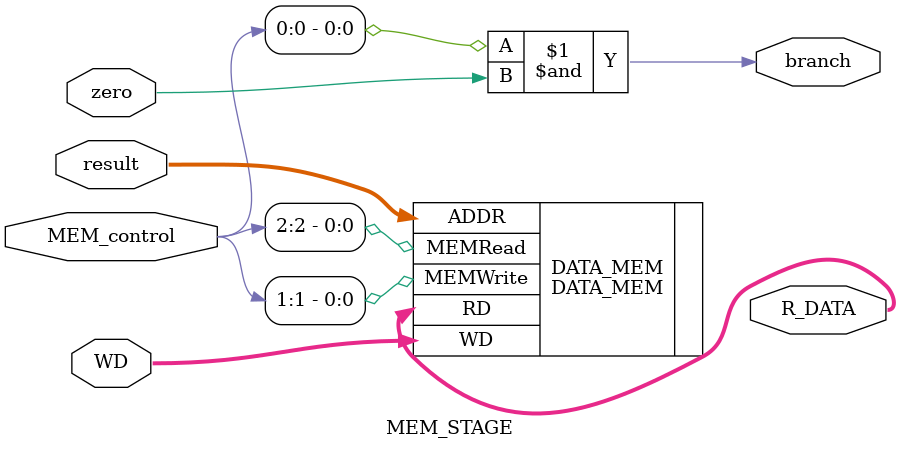
<source format=v>
module MEM_STAGE
(
    input   [4:0]   MEM_control         ,
    input           zero                ,
    input   [31:0]  result              ,
    input   [31:0]  WD                  ,

    output          branch              ,
    output  [31:0]  R_DATA              
);

    assign branch = MEM_control[0] & zero;

    DATA_MEM DATA_MEM
    (   
        //INPUT
        .MEMRead(MEM_control[2])        ,
        .MEMWrite(MEM_control[1])       ,
        .ADDR(result)                   ,
        .WD(WD)                         ,
        
        //OUTPUT        
        .RD(R_DATA)
    );

endmodule
</source>
